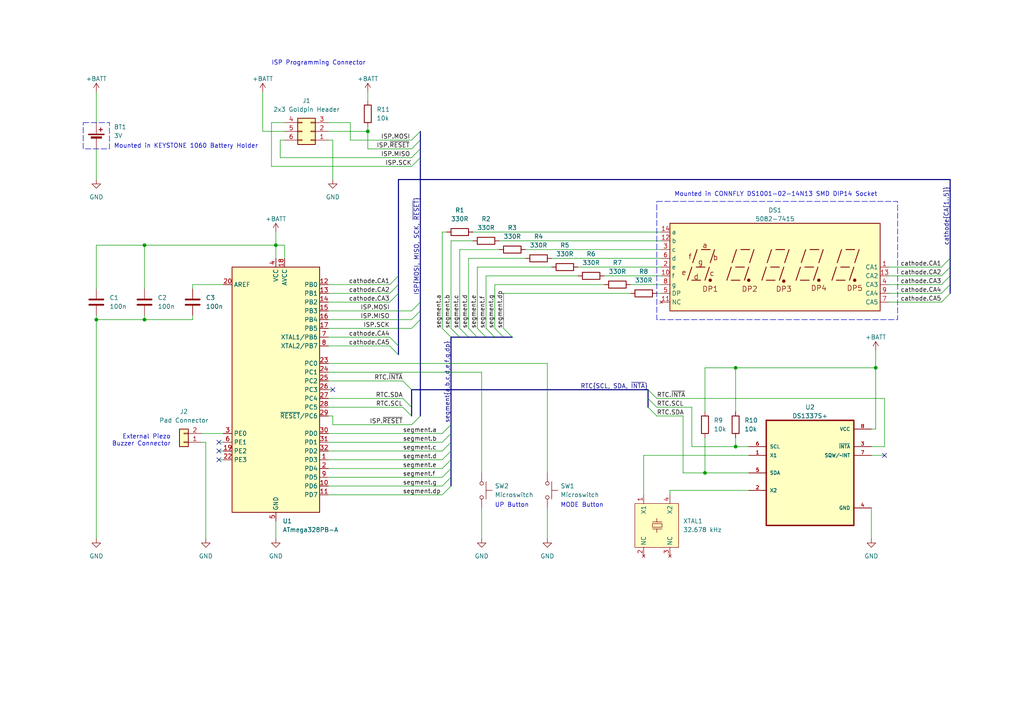
<source format=kicad_sch>
(kicad_sch (version 20230121) (generator eeschema)
  (paper "A4")
  (title_block (title "Retro Bubble LED Watch") (date "2023-07-21") (rev "1.1") (company "Szymon Bartosik") (comment 1 "the disisplay otherwise damage to the display or microcontroller can occur.") (comment 2 "Important notice: Before programming, always remove the battery and ") (comment 3 "All capacitors are ±10% MLCC X7R 0603 type unless otherwise specified.") (comment 4 "All resistors are ±1% 0603 type unless otherwise specified."))
  (lib_symbols
    (symbol "5082-7415:5082-7415"
      (property "Reference" "DS" (at -1.27 16.51 0))
      (property "Value" "5082-7415" (at -1.27 13.97 0))
      (symbol "5082-7415_0_0"
        (rectangle (start -31.75 12.7) (end 29.21 -12.7) (stroke (width 0.254)) (fill (type background)))
        (polyline (pts (xy -26.67 -3.81) (xy -25.4 0)) (stroke (width 0.254)))
        (polyline (pts (xy -25.4 -3.81) (xy -22.86 -3.81)) (stroke (width 0.254)))
        (polyline (pts (xy -25.146 1.27) (xy -23.876 5.08)) (stroke (width 0.254)))
        (polyline (pts (xy -24.13 0) (xy -21.59 0)) (stroke (width 0.254)))
        (polyline (pts (xy -22.606 5.08) (xy -20.066 5.08)) (stroke (width 0.254)))
        (polyline (pts (xy -21.59 -3.81) (xy -20.32 0)) (stroke (width 0.254)))
        (polyline (pts (xy -20.066 1.27) (xy -18.796 5.08)) (stroke (width 0.254)))
        (polyline (pts (xy -15.24 -3.81) (xy -13.97 0)) (stroke (width 0.254)))
        (polyline (pts (xy -13.97 -3.81) (xy -11.43 -3.81)) (stroke (width 0.254)))
        (polyline (pts (xy -13.716 1.27) (xy -12.446 5.08)) (stroke (width 0.254)))
        (polyline (pts (xy -12.7 0) (xy -10.16 0)) (stroke (width 0.254)))
        (polyline (pts (xy -11.176 5.08) (xy -8.636 5.08)) (stroke (width 0.254)))
        (polyline (pts (xy -10.16 -3.81) (xy -8.89 0)) (stroke (width 0.254)))
        (polyline (pts (xy -8.636 1.27) (xy -7.366 5.08)) (stroke (width 0.254)))
        (polyline (pts (xy -5.08 -3.81) (xy -3.81 0)) (stroke (width 0.254)))
        (polyline (pts (xy -3.81 -3.81) (xy -1.27 -3.81)) (stroke (width 0.254)))
        (polyline (pts (xy -3.556 1.27) (xy -2.286 5.08)) (stroke (width 0.254)))
        (polyline (pts (xy -2.54 0) (xy 0 0)) (stroke (width 0.254)))
        (polyline (pts (xy -1.016 5.08) (xy 1.524 5.08)) (stroke (width 0.254)))
        (polyline (pts (xy 0 -3.81) (xy 1.27 0)) (stroke (width 0.254)))
        (polyline (pts (xy 1.524 1.27) (xy 2.794 5.08)) (stroke (width 0.254)))
        (polyline (pts (xy 4.826 -3.81) (xy 6.096 0)) (stroke (width 0.254)))
        (polyline (pts (xy 6.096 -3.81) (xy 8.636 -3.81)) (stroke (width 0.254)))
        (polyline (pts (xy 6.35 1.27) (xy 7.62 5.08)) (stroke (width 0.254)))
        (polyline (pts (xy 7.366 0) (xy 9.906 0)) (stroke (width 0.254)))
        (polyline (pts (xy 8.89 5.08) (xy 11.43 5.08)) (stroke (width 0.254)))
        (polyline (pts (xy 9.906 -3.81) (xy 11.176 0)) (stroke (width 0.254)))
        (polyline (pts (xy 11.43 1.27) (xy 12.7 5.08)) (stroke (width 0.254)))
        (polyline (pts (xy 15.24 -3.81) (xy 16.51 0)) (stroke (width 0.254)))
        (polyline (pts (xy 16.51 -3.81) (xy 19.05 -3.81)) (stroke (width 0.254)))
        (polyline (pts (xy 16.764 1.27) (xy 18.034 5.08)) (stroke (width 0.254)))
        (polyline (pts (xy 17.78 0) (xy 20.32 0)) (stroke (width 0.254)))
        (polyline (pts (xy 19.304 5.08) (xy 21.844 5.08)) (stroke (width 0.254)))
        (polyline (pts (xy 20.32 -3.81) (xy 21.59 0)) (stroke (width 0.254)))
        (polyline (pts (xy 21.844 1.27) (xy 23.114 5.08)) (stroke (width 0.254)))
        (text "a" (at -21.59 6.35 0) (effects (font (size 1.524 1.524))))
        (text "b" (at -18.542 2.794 0) (effects (font (size 1.524 1.524))))
        (text "c" (at -19.558 -1.778 0) (effects (font (size 1.524 1.524))))
        (text "d" (at -24.13 -2.794 0) (effects (font (size 1.524 1.524))))
        (text "DP1" (at -20.066 -6.35 0) (effects (font (size 1.524 1.524))))
        (text "DP2" (at -8.636 -6.35 0) (effects (font (size 1.524 1.524))))
        (text "DP3" (at 1.27 -6.35 0) (effects (font (size 1.524 1.524))))
        (text "DP4" (at 11.43 -6.096 0) (effects (font (size 1.524 1.524))))
        (text "e" (at -27.686 -1.524 0) (effects (font (size 1.524 1.524))))
        (text "f" (at -25.908 3.048 0) (effects (font (size 1.524 1.524))))
        (text "g" (at -22.86 1.524 0) (effects (font (size 1.524 1.524))))
      )
      (symbol "5082-7415_0_1"
        (circle (center -20.066 -3.81) (radius 0.3556) (stroke (width 0.254)) (fill (type outline)))
        (circle (center -8.89 -3.81) (radius 0.3556) (stroke (width 0.254)) (fill (type outline)))
      )
      (symbol "5082-7415_1_0"
        (circle (center 1.27 -4.064) (radius 0.3556) (stroke (width 0.254)) (fill (type outline)))
        (circle (center 11.43 -3.81) (radius 0.3556) (stroke (width 0.254)) (fill (type outline)))
        (circle (center 21.844 -3.81) (radius 0.3556) (stroke (width 0.254)) (fill (type outline)))
        (text "DP5" (at 21.844 -6.096 0) (effects (font (size 1.524 1.524))))
      )
      (symbol "5082-7415_1_1"
        (pin input line (at 31.75 0 180) (length 2.54) (name "CA1") (number "1"))
        (pin input line (at -34.29 -2.54 0) (length 2.54) (name "f") (number "10"))
        (pin no_connect line (at -34.29 -10.16 0) (length 2.54) (name "NC") (number "11"))
        (pin input line (at -34.29 7.62 0) (length 2.54) (name "b") (number "12"))
        (pin input line (at 31.75 -2.54 180) (length 2.54) (name "CA2") (number "13"))
        (pin input line (at -34.29 10.16 0) (length 2.54) (name "a") (number "14"))
        (pin input line (at -34.29 0 0) (length 2.54) (name "e") (number "2"))
        (pin input line (at -34.29 5.08 0) (length 2.54) (name "c") (number "3"))
        (pin input line (at 31.75 -5.08 180) (length 2.54) (name "CA3") (number "4"))
        (pin input line (at -34.29 -7.62 0) (length 2.54) (name "DP") (number "5"))
        (pin input line (at -34.29 2.54 0) (length 2.54) (name "d") (number "6"))
        (pin input line (at 31.75 -10.16 180) (length 2.54) (name "CA5") (number "7"))
        (pin input line (at -34.29 -5.08 0) (length 2.54) (name "g") (number "8"))
        (pin input line (at 31.75 -7.62 180) (length 2.54) (name "CA4") (number "9"))
      )
    )
    (symbol "Connector_Generic:Conn_01x02" (pin_names (offset 1.016) hide)
      (property "Reference" "J" (at 0 2.54 0))
      (property "Value" "Conn_01x02" (at 0 -5.08 0))
      (symbol "Conn_01x02_1_1"
        (rectangle (start -1.27 -2.413) (end 0 -2.667) (stroke (width 0.1524)))
        (rectangle (start -1.27 0.127) (end 0 -0.127) (stroke (width 0.1524)))
        (rectangle (start -1.27 1.27) (end 1.27 -3.81) (stroke (width 0.254)) (fill (type background)))
        (pin passive line (at -5.08 0 0) (length 3.81) (name "Pin_1") (number "1"))
        (pin passive line (at -5.08 -2.54 0) (length 3.81) (name "Pin_2") (number "2"))
      )
    )
    (symbol "Connector_Generic:Conn_02x03_Counter_Clockwise" (pin_names (offset 1.016) hide)
      (property "Reference" "J" (at 1.27 5.08 0))
      (property "Value" "Conn_02x03_Counter_Clockwise" (at 1.27 -5.08 0))
      (symbol "Conn_02x03_Counter_Clockwise_1_1"
        (rectangle (start -1.27 -2.413) (end 0 -2.667) (stroke (width 0.1524)))
        (rectangle (start -1.27 0.127) (end 0 -0.127) (stroke (width 0.1524)))
        (rectangle (start -1.27 2.667) (end 0 2.413) (stroke (width 0.1524)))
        (rectangle (start -1.27 3.81) (end 3.81 -3.81) (stroke (width 0.254)) (fill (type background)))
        (rectangle (start 3.81 -2.413) (end 2.54 -2.667) (stroke (width 0.1524)))
        (rectangle (start 3.81 0.127) (end 2.54 -0.127) (stroke (width 0.1524)))
        (rectangle (start 3.81 2.667) (end 2.54 2.413) (stroke (width 0.1524)))
        (pin passive line (at -5.08 2.54 0) (length 3.81) (name "Pin_1") (number "1"))
        (pin passive line (at -5.08 0 0) (length 3.81) (name "Pin_2") (number "2"))
        (pin passive line (at -5.08 -2.54 0) (length 3.81) (name "Pin_3") (number "3"))
        (pin passive line (at 7.62 -2.54 180) (length 3.81) (name "Pin_4") (number "4"))
        (pin passive line (at 7.62 0 180) (length 3.81) (name "Pin_5") (number "5"))
        (pin passive line (at 7.62 2.54 180) (length 3.81) (name "Pin_6") (number "6"))
      )
    )
    (symbol "DS1337S+:DS1337S+" (pin_names (offset 1.016))
      (property "Reference" "U" (at -12.7 16.24 0))
      (property "Value" "DS1337S+" (at -12.7 -19.24 0))
      (symbol "DS1337S+_0_0"
        (rectangle (start -12.7 -15.24) (end 12.7 15.24) (stroke (width 0.41)) (fill (type background)))
        (pin input line (at -17.78 5.08 0) (length 5.08) (name "X1") (number "1"))
        (pin bidirectional line (at -17.78 -5.08 0) (length 5.08) (name "X2") (number "2"))
        (pin output line (at 17.78 7.62 180) (length 5.08) (name "~{INTA}") (number "3"))
        (pin power_in line (at 17.78 -10.16 180) (length 5.08) (name "GND") (number "4"))
        (pin bidirectional line (at -17.78 0 0) (length 5.08) (name "SDA") (number "5"))
        (pin input line (at -17.78 7.62 0) (length 5.08) (name "SCL") (number "6"))
        (pin output line (at 17.78 5.08 180) (length 5.08) (name "SQW/~INT") (number "7"))
        (pin power_in line (at 17.78 12.7 180) (length 5.08) (name "VCC") (number "8"))
      )
    )
    (symbol "Device:Battery_Cell" (pin_numbers hide) (pin_names (offset 0) hide)
      (property "Reference" "BT" (at 2.54 2.54 0))
      (property "Value" "Battery_Cell" (at 2.54 0 0))
      (symbol "Battery_Cell_0_1"
        (rectangle (start -2.286 1.778) (end 2.286 1.524) (fill (type outline)))
        (rectangle (start -1.524 1.016) (end 1.524 0.508) (fill (type outline)))
        (polyline (pts (xy 0 0.762) (xy 0 0)))
        (polyline (pts (xy 0 1.778) (xy 0 2.54)))
        (polyline (pts (xy 0.762 3.048) (xy 1.778 3.048)) (stroke (width 0.254)))
        (polyline (pts (xy 1.27 3.556) (xy 1.27 2.54)) (stroke (width 0.254)))
      )
      (symbol "Battery_Cell_1_1"
        (pin passive line (at 0 5.08 270) (length 2.54) (name "+") (number "1"))
        (pin passive line (at 0 -2.54 90) (length 2.54) (name "-") (number "2"))
      )
    )
    (symbol "Device:C" (pin_numbers hide) (pin_names (offset 0.254))
      (property "Reference" "C" (at 0.635 2.54 0))
      (property "Value" "C" (at 0.635 -2.54 0))
      (symbol "C_0_1"
        (polyline (pts (xy -2.032 -0.762) (xy 2.032 -0.762)) (stroke (width 0.508)))
        (polyline (pts (xy -2.032 0.762) (xy 2.032 0.762)) (stroke (width 0.508)))
      )
      (symbol "C_1_1"
        (pin passive line (at 0 3.81 270) (length 2.794) (name "~") (number "1"))
        (pin passive line (at 0 -3.81 90) (length 2.794) (name "~") (number "2"))
      )
    )
    (symbol "Device:R" (pin_numbers hide) (pin_names (offset 0))
      (property "Reference" "R" (at 2.032 0 90))
      (property "Value" "R" (at 0 0 90))
      (symbol "R_0_1"
        (rectangle (start -1.016 -2.54) (end 1.016 2.54) (stroke (width 0.254)))
      )
      (symbol "R_1_1"
        (pin passive line (at 0 3.81 270) (length 1.27) (name "~") (number "1"))
        (pin passive line (at 0 -3.81 90) (length 1.27) (name "~") (number "2"))
      )
    )
    (symbol "LFXTAL016178Reel:LFXTAL016178Reel"
      (property "Reference" "XTAL" (at 0 9.144 0))
      (property "Value" "LFXTAL016178Reel" (at 0 7.366 0))
      (symbol "LFXTAL016178Reel_1_1"
        (rectangle (start -6.35 6.35) (end 6.35 -6.35) (fill (type background)))
        (polyline (pts (xy -1.016 0) (xy -2.032 0)))
        (polyline (pts (xy -1.016 1.27) (xy -1.016 -1.524)))
        (polyline (pts (xy 1.016 0) (xy 2.032 0)))
        (polyline (pts (xy 1.016 1.27) (xy 1.016 -1.524)))
        (polyline (pts (xy -0.508 1.27) (xy 0.508 1.27) (xy 0.508 -1.524) (xy -0.508 -1.524) (xy -0.508 1.27)))
        (pin input line (at 8.89 3.81 180) (length 2.54) (name "X1") (number "1"))
        (pin no_connect line (at -8.89 3.81 0) (length 2.54) (name "NC") (number "2"))
        (pin no_connect line (at -8.89 -3.81 0) (length 2.54) (name "NC") (number "3"))
        (pin input line (at 8.89 -3.81 180) (length 2.54) (name "X2") (number "4"))
      )
    )
    (symbol "MCU_Microchip_ATmega:ATmega328PB-A"
      (property "Reference" "U" (at -12.7 36.83 0))
      (property "Value" "ATmega328PB-A" (at 2.54 -36.83 0))
      (symbol "ATmega328PB-A_0_1"
        (rectangle (start -12.7 -35.56) (end 12.7 35.56) (stroke (width 0.254)) (fill (type background)))
      )
      (symbol "ATmega328PB-A_1_1"
        (pin bidirectional line (at 15.24 -20.32 180) (length 2.54) (name "PD3") (number "1"))
        (pin bidirectional line (at 15.24 -27.94 180) (length 2.54) (name "PD6") (number "10"))
        (pin bidirectional line (at 15.24 -30.48 180) (length 2.54) (name "PD7") (number "11"))
        (pin bidirectional line (at 15.24 30.48 180) (length 2.54) (name "PB0") (number "12"))
        (pin bidirectional line (at 15.24 27.94 180) (length 2.54) (name "PB1") (number "13"))
        (pin bidirectional line (at 15.24 25.4 180) (length 2.54) (name "PB2") (number "14"))
        (pin bidirectional line (at 15.24 22.86 180) (length 2.54) (name "PB3") (number "15"))
        (pin bidirectional line (at 15.24 20.32 180) (length 2.54) (name "PB4") (number "16"))
        (pin bidirectional line (at 15.24 17.78 180) (length 2.54) (name "PB5") (number "17"))
        (pin power_in line (at 2.54 38.1 270) (length 2.54) (name "AVCC") (number "18"))
        (pin bidirectional line (at -15.24 -17.78 0) (length 2.54) (name "PE2") (number "19"))
        (pin bidirectional line (at 15.24 -22.86 180) (length 2.54) (name "PD4") (number "2"))
        (pin passive line (at -15.24 30.48 0) (length 2.54) (name "AREF") (number "20"))
        (pin passive line (at 0 -38.1 90) (length 2.54) hide (name "GND") (number "21"))
        (pin bidirectional line (at -15.24 -20.32 0) (length 2.54) (name "PE3") (number "22"))
        (pin bidirectional line (at 15.24 7.62 180) (length 2.54) (name "PC0") (number "23"))
        (pin bidirectional line (at 15.24 5.08 180) (length 2.54) (name "PC1") (number "24"))
        (pin bidirectional line (at 15.24 2.54 180) (length 2.54) (name "PC2") (number "25"))
        (pin bidirectional line (at 15.24 0 180) (length 2.54) (name "PC3") (number "26"))
        (pin bidirectional line (at 15.24 -2.54 180) (length 2.54) (name "PC4") (number "27"))
        (pin bidirectional line (at 15.24 -5.08 180) (length 2.54) (name "PC5") (number "28"))
        (pin bidirectional line (at 15.24 -7.62 180) (length 2.54) (name "~{RESET}/PC6") (number "29"))
        (pin bidirectional line (at -15.24 -12.7 0) (length 2.54) (name "PE0") (number "3"))
        (pin bidirectional line (at 15.24 -12.7 180) (length 2.54) (name "PD0") (number "30"))
        (pin bidirectional line (at 15.24 -15.24 180) (length 2.54) (name "PD1") (number "31"))
        (pin bidirectional line (at 15.24 -17.78 180) (length 2.54) (name "PD2") (number "32"))
        (pin power_in line (at 0 38.1 270) (length 2.54) (name "VCC") (number "4"))
        (pin power_in line (at 0 -38.1 90) (length 2.54) (name "GND") (number "5"))
        (pin bidirectional line (at -15.24 -15.24 0) (length 2.54) (name "PE1") (number "6"))
        (pin bidirectional line (at 15.24 15.24 180) (length 2.54) (name "XTAL1/PB6") (number "7"))
        (pin bidirectional line (at 15.24 12.7 180) (length 2.54) (name "XTAL2/PB7") (number "8"))
        (pin bidirectional line (at 15.24 -25.4 180) (length 2.54) (name "PD5") (number "9"))
      )
    )
    (symbol "Switch:SW_Push" (pin_numbers hide) (pin_names (offset 1.016) hide)
      (property "Reference" "SW" (at 1.27 2.54 0))
      (property "Value" "SW_Push" (at 0 -1.524 0))
      (symbol "SW_Push_0_1"
        (circle (center -2.032 0) (radius 0.508))
        (polyline (pts (xy 0 1.27) (xy 0 3.048)))
        (polyline (pts (xy 2.54 1.27) (xy -2.54 1.27)))
        (circle (center 2.032 0) (radius 0.508))
        (pin passive line (at -5.08 0 0) (length 2.54) (name "1") (number "1"))
        (pin passive line (at 5.08 0 180) (length 2.54) (name "2") (number "2"))
      )
    )
    (symbol "power:+BATT" (power) (pin_names (offset 0))
      (property "Value" "+BATT" (at 0 3.556 0))
      (symbol "+BATT_0_1"
        (polyline (pts (xy -0.762 1.27) (xy 0 2.54)))
        (polyline (pts (xy 0 0) (xy 0 2.54)))
        (polyline (pts (xy 0 2.54) (xy 0.762 1.27)))
      )
      (symbol "+BATT_1_1"
        (pin power_in line (at 0 0 90) (length 0) hide (name "+BATT") (number "1"))
      )
    )
    (symbol "power:GND" (power) (pin_names (offset 0))
      (property "Value" "GND" (at 0 -3.81 0))
      (symbol "GND_0_1"
        (polyline (pts (xy 0 0) (xy 0 -1.27) (xy 1.27 -1.27) (xy 0 -2.54) (xy -1.27 -1.27) (xy 0 -1.27)))
      )
      (symbol "GND_1_1"
        (pin power_in line (at 0 0 270) (length 0) hide (name "GND") (number "1"))
      )
    )
  )
  (junction (at 106.68 38.1))
  (junction (at 27.94 92.71))
  (junction (at 41.91 71.12))
  (junction (at 41.91 92.71))
  (junction (at 254 106.68))
  (junction (at 213.36 129.54))
  (junction (at 213.36 106.68))
  (junction (at 204.47 137.16))
  (junction (at 80.01 71.12))
  (no_connect (at 63.5 130.81))
  (no_connect (at 256.54 132.08))
  (no_connect (at 63.5 133.35))
  (no_connect (at 63.5 128.27))
  (no_connect (at 96.52 113.03))
  (bus_entry (at 121.92 120.65) (size -2.54 2.54))
  (bus_entry (at 130.81 97.79) (size -2.54 -2.54))
  (bus_entry (at 135.89 97.79) (size -2.54 -2.54))
  (bus_entry (at 146.05 97.79) (size -2.54 -2.54))
  (bus_entry (at 275.59 85.09) (size -2.54 2.54))
  (bus_entry (at 115.57 102.87) (size -2.54 -2.54))
  (bus_entry (at 187.96 115.57) (size 2.54 2.54))
  (bus_entry (at 140.97 97.79) (size -2.54 -2.54))
  (bus_entry (at 130.81 138.43) (size -2.54 2.54))
  (bus_entry (at 148.59 97.79) (size -2.54 -2.54))
  (bus_entry (at 113.03 87.63) (size 2.54 -2.54))
  (bus_entry (at 121.92 92.71) (size -2.54 2.54))
  (bus_entry (at 187.96 118.11) (size 2.54 2.54))
  (bus_entry (at 113.03 85.09) (size 2.54 -2.54))
  (bus_entry (at 130.81 128.27) (size -2.54 2.54))
  (bus_entry (at 113.03 97.79) (size 2.54 2.54))
  (bus_entry (at 121.92 40.64) (size -2.54 2.54))
  (bus_entry (at 143.51 97.79) (size -2.54 -2.54))
  (bus_entry (at 121.92 38.1) (size -2.54 2.54))
  (bus_entry (at 275.59 74.93) (size -2.54 2.54))
  (bus_entry (at 130.81 135.89) (size -2.54 2.54))
  (bus_entry (at 130.81 125.73) (size -2.54 2.54))
  (bus_entry (at 187.96 113.03) (size 2.54 2.54))
  (bus_entry (at 119.38 118.11) (size -2.54 -2.54))
  (bus_entry (at 275.59 80.01) (size -2.54 2.54))
  (bus_entry (at 121.92 90.17) (size -2.54 2.54))
  (bus_entry (at 113.03 82.55) (size 2.54 -2.54))
  (bus_entry (at 133.35 97.79) (size -2.54 -2.54))
  (bus_entry (at 275.59 82.55) (size -2.54 2.54))
  (bus_entry (at 130.81 130.81) (size -2.54 2.54))
  (bus_entry (at 138.43 97.79) (size -2.54 -2.54))
  (bus_entry (at 121.92 45.72) (size -2.54 2.54))
  (bus_entry (at 130.81 140.97) (size -2.54 2.54))
  (bus_entry (at 119.38 120.65) (size -2.54 -2.54))
  (bus_entry (at 130.81 133.35) (size -2.54 2.54))
  (bus_entry (at 275.59 77.47) (size -2.54 2.54))
  (bus_entry (at 119.38 113.03) (size -2.54 -2.54))
  (bus_entry (at 130.81 123.19) (size -2.54 2.54))
  (bus_entry (at 121.92 87.63) (size -2.54 2.54))
  (bus_entry (at 121.92 43.18) (size -2.54 2.54))
  (wire (pts (xy 194.31 143.51) (xy 194.31 142.24)))
  (wire (pts (xy 80.01 151.13) (xy 80.01 156.21)))
  (wire (pts (xy 257.81 87.63) (xy 273.05 87.63)))
  (bus (pts (xy 275.59 80.01) (xy 275.59 82.55)))
  (wire (pts (xy 256.54 129.54) (xy 256.54 115.57)))
  (wire (pts (xy 186.69 143.51) (xy 186.69 132.08)))
  (wire (pts (xy 204.47 137.16) (xy 204.47 127)))
  (wire (pts (xy 81.28 40.64) (xy 82.55 40.64)))
  (wire (pts (xy 146.05 85.09) (xy 146.05 95.25)))
  (bus (pts (xy 130.81 123.19) (xy 130.81 125.73)))
  (wire (pts (xy 63.5 128.27) (xy 64.77 128.27)))
  (wire (pts (xy 78.74 35.56) (xy 82.55 35.56)))
  (bus (pts (xy 115.57 82.55) (xy 115.57 85.09)))
  (bus (pts (xy 138.43 97.79) (xy 140.97 97.79)))
  (wire (pts (xy 213.36 129.54) (xy 213.36 127)))
  (wire (pts (xy 140.97 80.01) (xy 167.64 80.01)))
  (bus (pts (xy 140.97 97.79) (xy 143.51 97.79)))
  (bus (pts (xy 115.57 80.01) (xy 115.57 82.55)))
  (wire (pts (xy 140.97 80.01) (xy 140.97 95.25)))
  (bus (pts (xy 130.81 128.27) (xy 130.81 130.81)))
  (wire (pts (xy 27.94 43.18) (xy 27.94 52.07)))
  (wire (pts (xy 257.81 85.09) (xy 273.05 85.09)))
  (wire (pts (xy 95.25 87.63) (xy 113.03 87.63)))
  (wire (pts (xy 182.88 82.55) (xy 191.77 82.55)))
  (bus (pts (xy 130.81 138.43) (xy 130.81 135.89)))
  (wire (pts (xy 252.73 156.21) (xy 252.73 147.32)))
  (wire (pts (xy 95.25 95.25) (xy 119.38 95.25)))
  (wire (pts (xy 27.94 71.12) (xy 41.91 71.12)))
  (wire (pts (xy 217.17 137.16) (xy 204.47 137.16)))
  (bus (pts (xy 146.05 97.79) (xy 148.59 97.79)))
  (wire (pts (xy 27.94 71.12) (xy 27.94 83.82)))
  (wire (pts (xy 76.2 38.1) (xy 82.55 38.1)))
  (wire (pts (xy 95.25 35.56) (xy 101.6 35.56)))
  (wire (pts (xy 160.02 74.93) (xy 191.77 74.93)))
  (wire (pts (xy 152.4 72.39) (xy 191.77 72.39)))
  (wire (pts (xy 95.25 135.89) (xy 128.27 135.89)))
  (bus (pts (xy 121.92 43.18) (xy 121.92 45.72)))
  (bus (pts (xy 119.38 113.03) (xy 187.96 113.03)))
  (wire (pts (xy 55.88 91.44) (xy 55.88 92.71)))
  (wire (pts (xy 95.25 143.51) (xy 128.27 143.51)))
  (wire (pts (xy 96.52 123.19) (xy 119.38 123.19)))
  (wire (pts (xy 95.25 107.95) (xy 139.7 107.95)))
  (wire (pts (xy 106.68 36.83) (xy 106.68 38.1)))
  (wire (pts (xy 167.64 77.47) (xy 191.77 77.47)))
  (wire (pts (xy 80.01 71.12) (xy 82.55 71.12)))
  (wire (pts (xy 76.2 26.67) (xy 76.2 38.1)))
  (wire (pts (xy 96.52 40.64) (xy 95.25 40.64)))
  (wire (pts (xy 158.75 147.32) (xy 158.75 156.21)))
  (wire (pts (xy 128.27 67.31) (xy 128.27 95.25)))
  (wire (pts (xy 257.81 82.55) (xy 273.05 82.55)))
  (wire (pts (xy 101.6 40.64) (xy 101.6 35.56)))
  (wire (pts (xy 55.88 82.55) (xy 55.88 83.82)))
  (bus (pts (xy 115.57 52.07) (xy 115.57 80.01)))
  (wire (pts (xy 95.25 110.49) (xy 116.84 110.49)))
  (wire (pts (xy 95.25 115.57) (xy 116.84 115.57)))
  (bus (pts (xy 121.92 87.63) (xy 121.92 90.17)))
  (wire (pts (xy 41.91 71.12) (xy 41.91 83.82)))
  (bus (pts (xy 275.59 52.07) (xy 275.59 74.93)))
  (wire (pts (xy 55.88 92.71) (xy 41.91 92.71)))
  (wire (pts (xy 257.81 77.47) (xy 273.05 77.47)))
  (wire (pts (xy 41.91 91.44) (xy 41.91 92.71)))
  (wire (pts (xy 252.73 129.54) (xy 256.54 129.54)))
  (wire (pts (xy 190.5 118.11) (xy 200.66 118.11)))
  (wire (pts (xy 186.69 132.08) (xy 217.17 132.08)))
  (wire (pts (xy 130.81 69.85) (xy 137.16 69.85)))
  (wire (pts (xy 95.25 133.35) (xy 128.27 133.35)))
  (wire (pts (xy 257.81 80.01) (xy 273.05 80.01)))
  (wire (pts (xy 135.89 74.93) (xy 152.4 74.93)))
  (wire (pts (xy 198.12 137.16) (xy 204.47 137.16)))
  (wire (pts (xy 63.5 130.81) (xy 64.77 130.81)))
  (wire (pts (xy 190.5 115.57) (xy 256.54 115.57)))
  (wire (pts (xy 254 101.6) (xy 254 106.68)))
  (wire (pts (xy 144.78 69.85) (xy 191.77 69.85)))
  (wire (pts (xy 133.35 72.39) (xy 133.35 95.25)))
  (wire (pts (xy 95.25 90.17) (xy 119.38 90.17)))
  (wire (pts (xy 190.5 85.09) (xy 191.77 85.09)))
  (bus (pts (xy 121.92 38.1) (xy 121.92 40.64)))
  (wire (pts (xy 217.17 129.54) (xy 213.36 129.54)))
  (wire (pts (xy 95.25 138.43) (xy 128.27 138.43)))
  (bus (pts (xy 130.81 133.35) (xy 130.81 130.81)))
  (wire (pts (xy 64.77 82.55) (xy 55.88 82.55)))
  (wire (pts (xy 130.81 69.85) (xy 130.81 95.25)))
  (wire (pts (xy 80.01 71.12) (xy 80.01 74.93)))
  (wire (pts (xy 200.66 129.54) (xy 213.36 129.54)))
  (bus (pts (xy 143.51 97.79) (xy 146.05 97.79)))
  (wire (pts (xy 41.91 71.12) (xy 80.01 71.12)))
  (bus (pts (xy 275.59 52.07) (xy 115.57 52.07)))
  (wire (pts (xy 204.47 106.68) (xy 204.47 119.38)))
  (wire (pts (xy 41.91 92.71) (xy 27.94 92.71)))
  (wire (pts (xy 96.52 120.65) (xy 95.25 120.65)))
  (wire (pts (xy 129.54 67.31) (xy 128.27 67.31)))
  (wire (pts (xy 143.51 82.55) (xy 175.26 82.55)))
  (wire (pts (xy 106.68 26.67) (xy 106.68 29.21)))
  (wire (pts (xy 175.26 80.01) (xy 191.77 80.01)))
  (wire (pts (xy 106.68 43.18) (xy 106.68 38.1)))
  (wire (pts (xy 95.25 140.97) (xy 128.27 140.97)))
  (wire (pts (xy 27.94 26.67) (xy 27.94 35.56)))
  (wire (pts (xy 95.25 128.27) (xy 128.27 128.27)))
  (wire (pts (xy 144.78 72.39) (xy 133.35 72.39)))
  (wire (pts (xy 59.69 128.27) (xy 58.42 128.27)))
  (bus (pts (xy 135.89 97.79) (xy 138.43 97.79)))
  (wire (pts (xy 139.7 107.95) (xy 139.7 137.16)))
  (bus (pts (xy 119.38 113.03) (xy 119.38 118.11)))
  (wire (pts (xy 137.16 67.31) (xy 191.77 67.31)))
  (wire (pts (xy 190.5 120.65) (xy 198.12 120.65)))
  (bus (pts (xy 275.59 82.55) (xy 275.59 85.09)))
  (wire (pts (xy 200.66 129.54) (xy 200.66 118.11)))
  (wire (pts (xy 213.36 106.68) (xy 254 106.68)))
  (bus (pts (xy 121.92 45.72) (xy 121.92 87.63)))
  (wire (pts (xy 135.89 74.93) (xy 135.89 95.25)))
  (wire (pts (xy 95.25 85.09) (xy 113.03 85.09)))
  (wire (pts (xy 198.12 120.65) (xy 198.12 137.16)))
  (bus (pts (xy 275.59 74.93) (xy 275.59 77.47)))
  (wire (pts (xy 96.52 113.03) (xy 95.25 113.03)))
  (wire (pts (xy 146.05 85.09) (xy 182.88 85.09)))
  (wire (pts (xy 139.7 147.32) (xy 139.7 156.21)))
  (wire (pts (xy 95.25 105.41) (xy 158.75 105.41)))
  (wire (pts (xy 95.25 97.79) (xy 113.03 97.79)))
  (wire (pts (xy 63.5 133.35) (xy 64.77 133.35)))
  (wire (pts (xy 256.54 132.08) (xy 252.73 132.08)))
  (bus (pts (xy 115.57 100.33) (xy 115.57 102.87)))
  (wire (pts (xy 96.52 52.07) (xy 96.52 40.64)))
  (bus (pts (xy 130.81 123.19) (xy 130.81 97.79)))
  (wire (pts (xy 138.43 77.47) (xy 138.43 95.25)))
  (wire (pts (xy 78.74 48.26) (xy 119.38 48.26)))
  (bus (pts (xy 121.92 40.64) (xy 121.92 43.18)))
  (wire (pts (xy 160.02 77.47) (xy 138.43 77.47)))
  (wire (pts (xy 96.52 123.19) (xy 96.52 120.65)))
  (wire (pts (xy 81.28 45.72) (xy 119.38 45.72)))
  (wire (pts (xy 95.25 125.73) (xy 128.27 125.73)))
  (bus (pts (xy 187.96 113.03) (xy 187.96 115.57)))
  (wire (pts (xy 95.25 118.11) (xy 116.84 118.11)))
  (wire (pts (xy 194.31 142.24) (xy 217.17 142.24)))
  (wire (pts (xy 95.25 38.1) (xy 106.68 38.1)))
  (bus (pts (xy 130.81 97.79) (xy 133.35 97.79)))
  (bus (pts (xy 133.35 97.79) (xy 135.89 97.79)))
  (bus (pts (xy 130.81 128.27) (xy 130.81 125.73)))
  (bus (pts (xy 115.57 85.09) (xy 115.57 100.33)))
  (bus (pts (xy 119.38 118.11) (xy 119.38 120.65)))
  (bus (pts (xy 130.81 135.89) (xy 130.81 133.35)))
  (wire (pts (xy 252.73 124.46) (xy 254 124.46)))
  (wire (pts (xy 80.01 67.31) (xy 80.01 71.12)))
  (wire (pts (xy 78.74 48.26) (xy 78.74 35.56)))
  (wire (pts (xy 254 106.68) (xy 254 124.46)))
  (bus (pts (xy 121.92 92.71) (xy 121.92 120.65)))
  (wire (pts (xy 213.36 106.68) (xy 213.36 119.38)))
  (wire (pts (xy 95.25 130.81) (xy 128.27 130.81)))
  (wire (pts (xy 158.75 105.41) (xy 158.75 137.16)))
  (wire (pts (xy 95.25 82.55) (xy 113.03 82.55)))
  (wire (pts (xy 59.69 128.27) (xy 59.69 156.21)))
  (wire (pts (xy 81.28 45.72) (xy 81.28 40.64)))
  (wire (pts (xy 82.55 74.93) (xy 82.55 71.12)))
  (wire (pts (xy 27.94 91.44) (xy 27.94 92.71)))
  (wire (pts (xy 143.51 82.55) (xy 143.51 95.25)))
  (wire (pts (xy 204.47 106.68) (xy 213.36 106.68)))
  (wire (pts (xy 106.68 43.18) (xy 119.38 43.18)))
  (wire (pts (xy 27.94 92.71) (xy 27.94 156.21)))
  (bus (pts (xy 130.81 138.43) (xy 130.81 140.97)))
  (wire (pts (xy 101.6 40.64) (xy 119.38 40.64)))
  (wire (pts (xy 58.42 125.73) (xy 64.77 125.73)))
  (bus (pts (xy 275.59 77.47) (xy 275.59 80.01)))
  (wire (pts (xy 95.25 100.33) (xy 113.03 100.33)))
  (bus (pts (xy 187.96 115.57) (xy 187.96 118.11)))
  (wire (pts (xy 95.25 92.71) (xy 119.38 92.71)))
  (bus (pts (xy 121.92 92.71) (xy 121.92 90.17)))
  (rectangle (start 190.5 58.42) (end 260.35 92.71) (stroke (width 0) (type dash)))
  (rectangle (start 24.13 35.56) (end 31.75 43.18) (stroke (width 0) (type dash)))
  (text "Mounted in CONNFLY DS1001-02-14N13 SMD DIP14 Socket" (at 195.58 57.15 0) (effects (font (size 1.27 1.27)) (justify left bottom)))
  (text "External Piezo\nBuzzer Connector" (at 49.53 129.54 0) (effects (font (size 1.27 1.27)) (justify right bottom)))
  (text "UP Button" (at 143.51 147.32 0) (effects (font (size 1.27 1.27)) (justify left bottom)))
  (text "MODE Button" (at 162.56 147.32 0) (effects (font (size 1.27 1.27)) (justify left bottom)))
  (text "ISP Programming Connector" (at 78.74 19.05 0) (effects (font (size 1.27 1.27)) (justify left bottom)))
  (text "Mounted in KEYSTONE 1060 Battery Holder" (at 33.02 43.18 0) (effects (font (size 1.27 1.27)) (justify left bottom)))
  (label "RTC.SCL" (at 190.5 118.11 0))
  (label "ISP.SCK" (at 111.76 48.26 0))
  (label "RTC.SDA" (at 116.84 115.57 180))
  (label "segment.d" (at 135.89 95.25 90))
  (label "ISP{MOSI, MISO, SCK, ~{RESET}}" (at 121.92 57.15 270))
  (label "segment.dp" (at 146.05 95.25 90))
  (label "RTC{SCL, SDA, ~{INTA}}" (at 187.96 113.03 180))
  (label "RTC.~{INTA}" (at 190.5 115.57 0))
  (label "ISP.SCK" (at 113.03 95.25 180))
  (label "segment.e" (at 138.43 95.25 90))
  (label "segment.g" (at 143.51 95.25 90))
  (label "segment.d" (at 116.84 133.35 0))
  (label "cathode.CA5" (at 273.05 87.63 180))
  (label "ISP.~{RESET}" (at 116.84 123.19 180))
  (label "segment{a,b,c,d,e,f,g,dp} " (at 130.81 97.79 270))
  (label "cathode.CA3" (at 273.05 82.55 180))
  (label "segment.dp" (at 116.84 143.51 0))
  (label "ISP.~{RESET}" (at 109.22 43.18 0))
  (label "cathode.CA1" (at 273.05 77.47 180))
  (label "cathode.CA5" (at 113.03 100.33 180))
  (label "ISP.MOSI" (at 113.03 90.17 180))
  (label "segment.f" (at 116.84 138.43 0))
  (label "cathode.CA3" (at 113.03 87.63 180))
  (label "segment.c" (at 116.84 130.81 0))
  (label "segment.b" (at 116.84 128.27 0))
  (label "cathode{CA[1..5]}" (at 275.59 71.12 90))
  (label "segment.e" (at 116.84 135.89 0))
  (label "segment.a" (at 128.27 95.25 90))
  (label "segment.g" (at 116.84 140.97 0))
  (label "cathode.CA2" (at 113.03 85.09 180))
  (label "RTC.SCL" (at 116.84 118.11 180))
  (label "cathode.CA4" (at 113.03 97.79 180))
  (label "cathode.CA1" (at 113.03 82.55 180))
  (label "ISP.MISO" (at 113.03 92.71 180))
  (label "segment.c" (at 133.35 95.25 90))
  (label "segment.a" (at 116.84 125.73 0))
  (label "RTC.SDA" (at 190.5 120.65 0))
  (label "RTC.~{INTA}" (at 116.84 110.49 180))
  (label "segment.b" (at 130.81 95.25 90))
  (label "cathode.CA2" (at 273.05 80.01 180))
  (label "segment.f" (at 140.97 95.25 90))
  (label "ISP.MOSI" (at 110.49 40.64 0))
  (label "ISP.MISO" (at 110.49 45.72 0))
  (label "cathode.CA4" (at 273.05 85.09 180))
  (symbol (lib_id "power:GND") (at 27.94 52.07 0) (unit 1)
    (property "Reference" "#PWR02" (effects hide))
    (property "Value" "GND" (at 27.94 57.15 0))
  )
  (symbol (lib_id "Device:R") (at 171.45 80.01 90) (unit 1)
    (property "Reference" "R6" (at 171.45 73.66 90))
    (property "Value" "330R" (at 171.45 76.2 90))
    (property "Footprint" "Resistor_SMD:R_0603_1608Metric" (effects hide))
    (property "Manufacturer" "PANASONIC" (effects hide))
    (property "Part Number" "ERJ3EKF3300V" (effects hide))
    (property "Package" "0603" (effects hide))
  )
  (symbol (lib_id "power:GND") (at 27.94 156.21 0) (unit 1)
    (property "Reference" "#PWR04" (effects hide))
    (property "Value" "GND" (at 27.94 161.29 0))
  )
  (symbol (lib_id "power:+BATT") (at 80.01 67.31 0) (unit 1)
    (property "Reference" "#PWR03" (effects hide))
    (property "Value" "+BATT" (at 80.01 63.5 0))
  )
  (symbol (lib_id "Device:C") (at 55.88 87.63 0) (unit 1)
    (property "Reference" "C3" (at 59.69 86.36 0) (effects (justify left)))
    (property "Value" "100n" (at 59.69 88.9 0) (effects (justify left)))
    (property "Footprint" "Capacitor_SMD:C_0603_1608Metric" (effects hide))
    (property "Part Number" "CL10B104KA8NFNC" (effects hide))
    (property "Manufacturer" "SAMSUNG" (effects hide))
    (property "Package" "0603" (effects hide))
  )
  (symbol (lib_id "power:GND") (at 59.69 156.21 0) (unit 1)
    (property "Reference" "#PWR06" (effects hide))
    (property "Value" "GND" (at 59.69 161.29 0))
  )
  (symbol (lib_id "Connector_Generic:Conn_01x02") (at 53.34 128.27 180) (unit 1) (in_bom no)
    (property "Reference" "J2" (at 53.34 119.38 0))
    (property "Value" "Pad Connector" (at 53.34 121.92 0))
    (property "Footprint" "footprints:Pad_Conn_2x1_2x1mm_2.54mm" (effects hide))
    (property "Sim.Enable" "0" (effects hide))
  )
  (symbol (lib_id "Device:C") (at 41.91 87.63 0) (unit 1)
    (property "Reference" "C2" (at 45.72 86.36 0) (effects (justify left)))
    (property "Value" "100n" (at 45.72 88.9 0) (effects (justify left)))
    (property "Footprint" "Capacitor_SMD:C_0603_1608Metric" (effects hide))
    (property "Part Number" "CL10B104KA8NFNC" (effects hide))
    (property "Manufacturer" "SAMSUNG" (effects hide))
    (property "Package" "0603" (effects hide))
  )
  (symbol (lib_id "Device:R") (at 156.21 74.93 90) (unit 1)
    (property "Reference" "R4" (at 156.21 68.58 90))
    (property "Value" "330R" (at 156.21 71.12 90))
    (property "Footprint" "Resistor_SMD:R_0603_1608Metric" (effects hide))
    (property "Manufacturer" "PANASONIC" (effects hide))
    (property "Part Number" "ERJ3EKF3300V" (effects hide))
    (property "Package" "0603" (effects hide))
  )
  (symbol (lib_id "power:+BATT") (at 254 101.6 0) (unit 1)
    (property "Reference" "#PWR05" (effects hide))
    (property "Value" "+BATT" (at 254 97.79 0))
  )
  (symbol (lib_id "MCU_Microchip_ATmega:ATmega328PB-A") (at 80.01 113.03 0) (unit 1)
    (property "Reference" "U1" (at 81.9659 151.13 0) (effects (justify left)))
    (property "Value" "ATmega328PB-A" (at 81.9659 153.67 0) (effects (justify left)))
    (property "Footprint" "Package_QFP:TQFP-32_7x7mm_P0.8mm" (effects hide))
    (property "Datasheet" "http://ww1.microchip.com/downloads/en/DeviceDoc/40001906C.pdf" (effects hide))
    (property "Manufacturer" "MICROCHIP" (effects hide))
    (property "Package" "TQFP-32" (effects hide))
  )
  (symbol (lib_id "Device:R") (at 148.59 72.39 90) (unit 1)
    (property "Reference" "R3" (at 148.59 66.04 90))
    (property "Value" "330R" (at 148.59 68.58 90))
    (property "Footprint" "Resistor_SMD:R_0603_1608Metric" (effects hide))
    (property "Manufacturer" "PANASONIC" (effects hide))
    (property "Part Number" "ERJ3EKF3300V" (effects hide))
    (property "Package" "0603" (effects hide))
  )
  (symbol (lib_id "power:+BATT") (at 76.2 26.67 0) (unit 1)
    (property "Reference" "#PWR09" (effects hide))
    (property "Value" "+BATT" (at 76.2 22.86 0))
  )
  (symbol (lib_id "Connector_Generic:Conn_02x03_Counter_Clockwise") (at 90.17 38.1 180) (unit 1)
    (property "Reference" "J1" (at 88.9 29.21 0))
    (property "Value" "2x3 Goldpin Header" (at 88.9 31.75 0))
    (property "Footprint" "Connector_PinHeader_1.27mm:PinHeader_2x03_P1.27mm_Vertical" (effects hide))
    (property "Part Number" "20021111-00006T4LF" (effects hide))
    (property "Manufacturer" "AMPHENOL COMMUNICATIONS SOLUTIONS" (effects hide))
  )
  (symbol (lib_id "Device:Battery_Cell") (at 27.94 40.64 0) (unit 1)
    (property "Reference" "BT1" (at 33.02 36.83 0) (effects (justify left)))
    (property "Value" "3V" (at 33.02 39.37 0) (effects (justify left)))
    (property "Footprint" "Battery:BatteryHolder_Keystone_1060_1x2032" (effects hide))
    (property "Part Number" "CR2032/BN" (effects hide))
    (property "Manufacturer" "PANASONIC" (effects hide))
    (property "Socket " "KEYSTONE 1060" (effects hide))
  )
  (symbol (lib_id "Switch:SW_Push") (at 158.75 142.24 270) (unit 1)
    (property "Reference" "SW1" (at 162.56 140.97 90) (effects (justify left)))
    (property "Value" "Microswitch" (at 162.56 143.51 90) (effects (justify left)))
    (property "Footprint" "Button_Switch_SMD:SW_SPST_CK_KMS2xxG" (effects hide))
    (property "Part Number" "KMS231GLFS" (effects hide))
    (property "Manufacturer" "C&K" (effects hide))
  )
  (symbol (lib_id "5082-7415:5082-7415") (at 226.06 77.47 0) (unit 1)
    (property "Reference" "DS1" (at 224.79 60.96 0))
    (property "Value" "5082-7415" (at 224.79 63.5 0))
    (property "Footprint" "Package_DIP:DIP-14_W8.89mm_SMDSocket_LongPads" (effects hide))
    (property "Manufacturer" "HP" (effects hide))
    (property "Socket" "CONNFLY DS1001-02-14N13" (effects hide))
    (property "Package" "DIP-14" (effects hide))
    (property "Part Number" "5082-7415" (effects hide))
  )
  (symbol (lib_id "Switch:SW_Push") (at 139.7 142.24 270) (unit 1)
    (property "Reference" "SW2" (at 143.51 140.97 90) (effects (justify left)))
    (property "Value" "Microswitch" (at 143.51 143.51 90) (effects (justify left)))
    (property "Footprint" "Button_Switch_SMD:SW_SPST_CK_KMS2xxG" (effects hide))
    (property "Manufacturer" "C&K" (effects hide))
    (property "Part Number" "KMS231GLFS" (effects hide))
  )
  (symbol (lib_id "Device:R") (at 163.83 77.47 90) (unit 1)
    (property "Reference" "R5" (at 163.83 71.12 90))
    (property "Value" "330R" (at 163.83 73.66 90))
    (property "Footprint" "Resistor_SMD:R_0603_1608Metric" (effects hide))
    (property "Manufacturer" "PANASONIC" (effects hide))
    (property "Part Number" "ERJ3EKF3300V" (effects hide))
    (property "Package" "0603" (effects hide))
  )
  (symbol (lib_id "Device:C") (at 27.94 87.63 0) (unit 1)
    (property "Reference" "C1" (at 31.75 86.36 0) (effects (justify left)))
    (property "Value" "100n" (at 31.75 88.9 0) (effects (justify left)))
    (property "Footprint" "Capacitor_SMD:C_0603_1608Metric" (effects hide))
    (property "Part Number" "CL10B104KA8NFNC" (effects hide))
    (property "Manufacturer" "SAMSUNG" (effects hide))
    (property "Package" "0603" (effects hide))
  )
  (symbol (lib_id "DS1337S+:DS1337S+") (at 234.95 137.16 0) (unit 1)
    (property "Reference" "U2" (at 234.95 118.11 0))
    (property "Value" "DS1337S+" (at 234.95 120.65 0))
    (property "Footprint" "footprints:SOIC127P600X175-8N" (effects hide))
    (property "Manufacturer" "MAXIM INTEGRATED" (effects hide))
    (property "Package" "SOIC-8" (effects hide))
  )
  (symbol (lib_id "power:GND") (at 252.73 156.21 0) (unit 1)
    (property "Reference" "#PWR08" (effects hide))
    (property "Value" "GND" (at 252.73 161.29 0))
  )
  (symbol (lib_id "power:+BATT") (at 106.68 26.67 0) (unit 1)
    (property "Reference" "#PWR010" (effects hide))
    (property "Value" "+BATT" (at 106.68 22.86 0))
  )
  (symbol (lib_id "Device:R") (at 133.35 67.31 90) (unit 1)
    (property "Reference" "R1" (at 133.35 60.96 90))
    (property "Value" "330R" (at 133.35 63.5 90))
    (property "Footprint" "Resistor_SMD:R_0603_1608Metric" (effects hide))
    (property "Manufacturer" "PANASONIC" (effects hide))
    (property "Part Number" "ERJ3EKF3300V" (effects hide))
    (property "Package" "0603" (effects hide))
  )
  (symbol (lib_id "Device:R") (at 106.68 33.02 0) (unit 1)
    (property "Reference" "R11" (at 109.22 31.75 0) (effects (justify left)))
    (property "Value" "10k" (at 109.22 34.29 0) (effects (justify left)))
    (property "Footprint" "Resistor_SMD:R_0603_1608Metric" (effects hide))
    (property "Part Number" "ERJ3EKF1002V" (effects hide))
    (property "Manufacturer" "PANASONIC" (effects hide))
    (property "Package" "0603" (effects hide))
  )
  (symbol (lib_id "power:GND") (at 139.7 156.21 0) (unit 1)
    (property "Reference" "#PWR013" (effects hide))
    (property "Value" "GND" (at 139.7 161.29 0))
  )
  (symbol (lib_id "Device:R") (at 186.69 85.09 90) (unit 1)
    (property "Reference" "R8" (at 186.69 78.74 90))
    (property "Value" "330R" (at 186.69 81.28 90))
    (property "Footprint" "Resistor_SMD:R_0603_1608Metric" (effects hide))
    (property "Manufacturer" "PANASONIC" (effects hide))
    (property "Part Number" "ERJ3EKF3300V" (effects hide))
    (property "Package" "0603" (effects hide))
  )
  (symbol (lib_id "power:GND") (at 80.01 156.21 0) (unit 1)
    (property "Reference" "#PWR07" (effects hide))
    (property "Value" "GND" (at 80.01 161.29 0))
  )
  (symbol (lib_id "power:GND") (at 96.52 52.07 0) (unit 1)
    (property "Reference" "#PWR011" (effects hide))
    (property "Value" "GND" (at 96.52 57.15 0))
  )
  (symbol (lib_id "Device:R") (at 179.07 82.55 90) (unit 1)
    (property "Reference" "R7" (at 179.07 76.2 90))
    (property "Value" "330R" (at 179.07 78.74 90))
    (property "Footprint" "Resistor_SMD:R_0603_1608Metric" (effects hide))
    (property "Manufacturer" "PANASONIC" (effects hide))
    (property "Part Number" "ERJ3EKF3300V" (effects hide))
    (property "Package" "0603" (effects hide))
  )
  (symbol (lib_id "Device:R") (at 140.97 69.85 90) (unit 1)
    (property "Reference" "R2" (at 140.97 63.5 90))
    (property "Value" "330R" (at 140.97 66.04 90))
    (property "Footprint" "Resistor_SMD:R_0603_1608Metric" (effects hide))
    (property "Manufacturer" "PANASONIC" (effects hide))
    (property "Part Number" "ERJ3EKF3300V" (effects hide))
    (property "Package" "0603" (effects hide))
  )
  (symbol (lib_id "LFXTAL016178Reel:LFXTAL016178Reel") (at 190.5 152.4 90) (unit 1)
    (property "Reference" "XTAL1" (at 198.12 151.13 90) (effects (justify right)))
    (property "Value" "32.678 kHz" (at 198.12 153.67 90) (effects (justify right)))
    (property "Footprint" "footprints:LFXTAL016178Reel" (effects hide))
    (property "Manufacturer" "IQD FREQUENCY PRODUCTS" (effects hide))
    (property "Part Number" "LFXTAL016178" (effects hide))
  )
  (symbol (lib_id "power:GND") (at 158.75 156.21 0) (unit 1)
    (property "Reference" "#PWR012" (effects hide))
    (property "Value" "GND" (at 158.75 161.29 0))
  )
  (symbol (lib_id "power:+BATT") (at 27.94 26.67 0) (unit 1)
    (property "Reference" "#PWR01" (effects hide))
    (property "Value" "+BATT" (at 27.94 22.86 0))
  )
  (symbol (lib_id "Device:R") (at 213.36 123.19 0) (unit 1)
    (property "Reference" "R10" (at 215.9 121.92 0) (effects (justify left)))
    (property "Value" "10k" (at 215.9 124.46 0) (effects (justify left)))
    (property "Footprint" "Resistor_SMD:R_0603_1608Metric" (effects hide))
    (property "Manufacturer" "PANASONIC" (effects hide))
    (property "Part Number" "ERJ3EKF1002V" (effects hide))
    (property "Package" "0603" (effects hide))
  )
  (symbol (lib_id "Device:R") (at 204.47 123.19 0) (unit 1)
    (property "Reference" "R9" (at 207.01 121.92 0) (effects (justify left)))
    (property "Value" "10k" (at 207.01 124.46 0) (effects (justify left)))
    (property "Footprint" "Resistor_SMD:R_0603_1608Metric" (effects hide))
    (property "Manufacturer" "PANASONIC" (effects hide))
    (property "Part Number" "ERJ3EKF1002V" (effects hide))
    (property "Package" "0603" (effects hide))
  )
)
</source>
